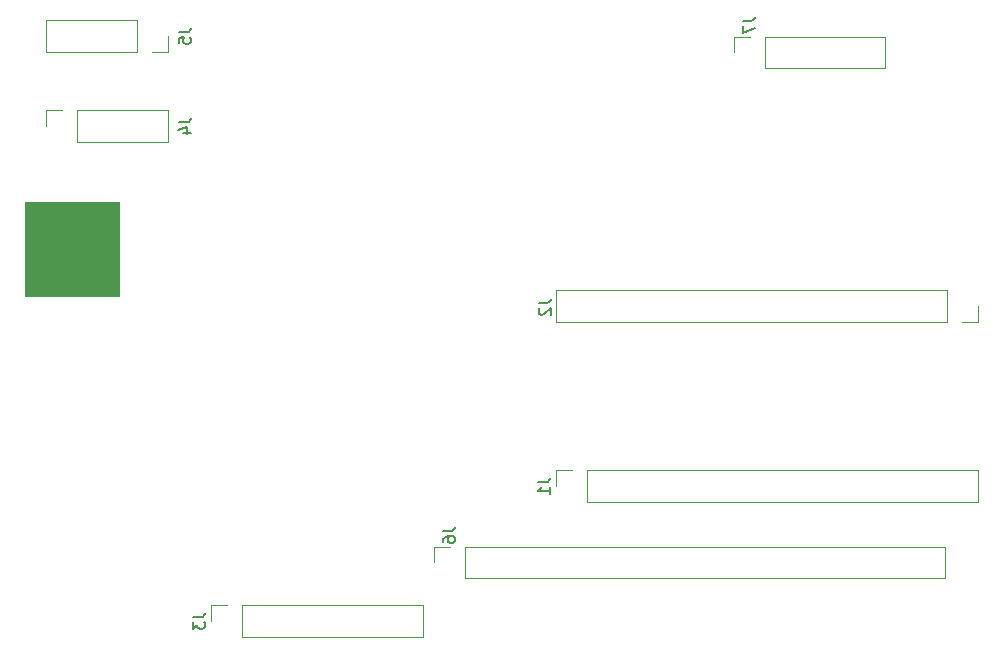
<source format=gbr>
%TF.GenerationSoftware,KiCad,Pcbnew,9.0.0*%
%TF.CreationDate,2025-03-24T16:34:57+00:00*%
%TF.ProjectId,SimplifiedInstallModule,53696d70-6c69-4666-9965-64496e737461,01*%
%TF.SameCoordinates,Original*%
%TF.FileFunction,Legend,Bot*%
%TF.FilePolarity,Positive*%
%FSLAX46Y46*%
G04 Gerber Fmt 4.6, Leading zero omitted, Abs format (unit mm)*
G04 Created by KiCad (PCBNEW 9.0.0) date 2025-03-24 16:34:57*
%MOMM*%
%LPD*%
G01*
G04 APERTURE LIST*
%ADD10C,0.120000*%
%ADD11C,0.150000*%
G04 APERTURE END LIST*
D10*
X102162762Y-83522621D02*
X110162762Y-83522621D01*
X110162762Y-91522621D01*
X102162762Y-91522621D01*
X102162762Y-83522621D01*
G36*
X102162762Y-83522621D02*
G01*
X110162762Y-83522621D01*
X110162762Y-91522621D01*
X102162762Y-91522621D01*
X102162762Y-83522621D01*
G37*
D11*
X116415676Y-118686287D02*
X117129961Y-118686287D01*
X117129961Y-118686287D02*
X117272818Y-118638668D01*
X117272818Y-118638668D02*
X117368057Y-118543430D01*
X117368057Y-118543430D02*
X117415676Y-118400573D01*
X117415676Y-118400573D02*
X117415676Y-118305335D01*
X116415676Y-119067240D02*
X116415676Y-119686287D01*
X116415676Y-119686287D02*
X116796628Y-119352954D01*
X116796628Y-119352954D02*
X116796628Y-119495811D01*
X116796628Y-119495811D02*
X116844247Y-119591049D01*
X116844247Y-119591049D02*
X116891866Y-119638668D01*
X116891866Y-119638668D02*
X116987104Y-119686287D01*
X116987104Y-119686287D02*
X117225199Y-119686287D01*
X117225199Y-119686287D02*
X117320437Y-119638668D01*
X117320437Y-119638668D02*
X117368057Y-119591049D01*
X117368057Y-119591049D02*
X117415676Y-119495811D01*
X117415676Y-119495811D02*
X117415676Y-119210097D01*
X117415676Y-119210097D02*
X117368057Y-119114859D01*
X117368057Y-119114859D02*
X117320437Y-119067240D01*
X145625676Y-107256287D02*
X146339961Y-107256287D01*
X146339961Y-107256287D02*
X146482818Y-107208668D01*
X146482818Y-107208668D02*
X146578057Y-107113430D01*
X146578057Y-107113430D02*
X146625676Y-106970573D01*
X146625676Y-106970573D02*
X146625676Y-106875335D01*
X146625676Y-108256287D02*
X146625676Y-107684859D01*
X146625676Y-107970573D02*
X145625676Y-107970573D01*
X145625676Y-107970573D02*
X145768533Y-107875335D01*
X145768533Y-107875335D02*
X145863771Y-107780097D01*
X145863771Y-107780097D02*
X145911390Y-107684859D01*
X115223609Y-69156287D02*
X115937894Y-69156287D01*
X115937894Y-69156287D02*
X116080751Y-69108668D01*
X116080751Y-69108668D02*
X116175990Y-69013430D01*
X116175990Y-69013430D02*
X116223609Y-68870573D01*
X116223609Y-68870573D02*
X116223609Y-68775335D01*
X115223609Y-70108668D02*
X115223609Y-69632478D01*
X115223609Y-69632478D02*
X115699799Y-69584859D01*
X115699799Y-69584859D02*
X115652180Y-69632478D01*
X115652180Y-69632478D02*
X115604561Y-69727716D01*
X115604561Y-69727716D02*
X115604561Y-69965811D01*
X115604561Y-69965811D02*
X115652180Y-70061049D01*
X115652180Y-70061049D02*
X115699799Y-70108668D01*
X115699799Y-70108668D02*
X115795037Y-70156287D01*
X115795037Y-70156287D02*
X116033132Y-70156287D01*
X116033132Y-70156287D02*
X116128370Y-70108668D01*
X116128370Y-70108668D02*
X116175990Y-70061049D01*
X116175990Y-70061049D02*
X116223609Y-69965811D01*
X116223609Y-69965811D02*
X116223609Y-69727716D01*
X116223609Y-69727716D02*
X116175990Y-69632478D01*
X116175990Y-69632478D02*
X116128370Y-69584859D01*
X137605676Y-111398226D02*
X138319961Y-111398226D01*
X138319961Y-111398226D02*
X138462818Y-111350607D01*
X138462818Y-111350607D02*
X138558057Y-111255369D01*
X138558057Y-111255369D02*
X138605676Y-111112512D01*
X138605676Y-111112512D02*
X138605676Y-111017274D01*
X137605676Y-112302988D02*
X137605676Y-112112512D01*
X137605676Y-112112512D02*
X137653295Y-112017274D01*
X137653295Y-112017274D02*
X137700914Y-111969655D01*
X137700914Y-111969655D02*
X137843771Y-111874417D01*
X137843771Y-111874417D02*
X138034247Y-111826798D01*
X138034247Y-111826798D02*
X138415199Y-111826798D01*
X138415199Y-111826798D02*
X138510437Y-111874417D01*
X138510437Y-111874417D02*
X138558057Y-111922036D01*
X138558057Y-111922036D02*
X138605676Y-112017274D01*
X138605676Y-112017274D02*
X138605676Y-112207750D01*
X138605676Y-112207750D02*
X138558057Y-112302988D01*
X138558057Y-112302988D02*
X138510437Y-112350607D01*
X138510437Y-112350607D02*
X138415199Y-112398226D01*
X138415199Y-112398226D02*
X138177104Y-112398226D01*
X138177104Y-112398226D02*
X138081866Y-112350607D01*
X138081866Y-112350607D02*
X138034247Y-112302988D01*
X138034247Y-112302988D02*
X137986628Y-112207750D01*
X137986628Y-112207750D02*
X137986628Y-112017274D01*
X137986628Y-112017274D02*
X138034247Y-111922036D01*
X138034247Y-111922036D02*
X138081866Y-111874417D01*
X138081866Y-111874417D02*
X138177104Y-111826798D01*
X115223609Y-76776287D02*
X115937894Y-76776287D01*
X115937894Y-76776287D02*
X116080751Y-76728668D01*
X116080751Y-76728668D02*
X116175990Y-76633430D01*
X116175990Y-76633430D02*
X116223609Y-76490573D01*
X116223609Y-76490573D02*
X116223609Y-76395335D01*
X115556942Y-77681049D02*
X116223609Y-77681049D01*
X115175990Y-77442954D02*
X115890275Y-77204859D01*
X115890275Y-77204859D02*
X115890275Y-77823906D01*
X145703609Y-92094226D02*
X146417894Y-92094226D01*
X146417894Y-92094226D02*
X146560751Y-92046607D01*
X146560751Y-92046607D02*
X146655990Y-91951369D01*
X146655990Y-91951369D02*
X146703609Y-91808512D01*
X146703609Y-91808512D02*
X146703609Y-91713274D01*
X145798847Y-92522798D02*
X145751228Y-92570417D01*
X145751228Y-92570417D02*
X145703609Y-92665655D01*
X145703609Y-92665655D02*
X145703609Y-92903750D01*
X145703609Y-92903750D02*
X145751228Y-92998988D01*
X145751228Y-92998988D02*
X145798847Y-93046607D01*
X145798847Y-93046607D02*
X145894085Y-93094226D01*
X145894085Y-93094226D02*
X145989323Y-93094226D01*
X145989323Y-93094226D02*
X146132180Y-93046607D01*
X146132180Y-93046607D02*
X146703609Y-92475179D01*
X146703609Y-92475179D02*
X146703609Y-93094226D01*
X162975609Y-68218226D02*
X163689894Y-68218226D01*
X163689894Y-68218226D02*
X163832751Y-68170607D01*
X163832751Y-68170607D02*
X163927990Y-68075369D01*
X163927990Y-68075369D02*
X163975609Y-67932512D01*
X163975609Y-67932512D02*
X163975609Y-67837274D01*
X162975609Y-68599179D02*
X162975609Y-69265845D01*
X162975609Y-69265845D02*
X163975609Y-68837274D01*
D10*
X117960857Y-117689621D02*
X117960857Y-119019621D01*
X119290857Y-117689621D02*
X117960857Y-117689621D01*
X120560857Y-117689621D02*
X120560857Y-120349621D01*
X120560857Y-117689621D02*
X135860857Y-117689621D01*
X120560857Y-120349621D02*
X135860857Y-120349621D01*
X135860857Y-117689621D02*
X135860857Y-120349621D01*
X147170857Y-106259621D02*
X147170857Y-107589621D01*
X148500857Y-106259621D02*
X147170857Y-106259621D01*
X149770857Y-106259621D02*
X149770857Y-108919621D01*
X149770857Y-106259621D02*
X182850857Y-106259621D01*
X149770857Y-108919621D02*
X182850857Y-108919621D01*
X182850857Y-106259621D02*
X182850857Y-108919621D01*
X103990857Y-70819621D02*
X103990857Y-68159621D01*
X111670857Y-68159621D02*
X103990857Y-68159621D01*
X111670857Y-70819621D02*
X103990857Y-70819621D01*
X111670857Y-70819621D02*
X111670857Y-68159621D01*
X112940857Y-70819621D02*
X114270857Y-70819621D01*
X114270857Y-70819621D02*
X114270857Y-69489621D01*
X136820857Y-112729621D02*
X136820857Y-114059621D01*
X138150857Y-112729621D02*
X136820857Y-112729621D01*
X139420857Y-112729621D02*
X139420857Y-115389621D01*
X139420857Y-112729621D02*
X180120857Y-112729621D01*
X139420857Y-115389621D02*
X180120857Y-115389621D01*
X180120857Y-112729621D02*
X180120857Y-115389621D01*
X103990857Y-75779621D02*
X103990857Y-77109621D01*
X105320857Y-75779621D02*
X103990857Y-75779621D01*
X106590857Y-75779621D02*
X106590857Y-78439621D01*
X106590857Y-75779621D02*
X114270857Y-75779621D01*
X106590857Y-78439621D02*
X114270857Y-78439621D01*
X114270857Y-75779621D02*
X114270857Y-78439621D01*
X147170857Y-93679621D02*
X147170857Y-91019621D01*
X180250857Y-91019621D02*
X147170857Y-91019621D01*
X180250857Y-93679621D02*
X147170857Y-93679621D01*
X180250857Y-93679621D02*
X180250857Y-91019621D01*
X181520857Y-93679621D02*
X182850857Y-93679621D01*
X182850857Y-93679621D02*
X182850857Y-92349621D01*
X162220857Y-69549621D02*
X162220857Y-70879621D01*
X163550857Y-69549621D02*
X162220857Y-69549621D01*
X164820857Y-69549621D02*
X164820857Y-72209621D01*
X164820857Y-69549621D02*
X175040857Y-69549621D01*
X164820857Y-72209621D02*
X175040857Y-72209621D01*
X175040857Y-69549621D02*
X175040857Y-72209621D01*
M02*

</source>
